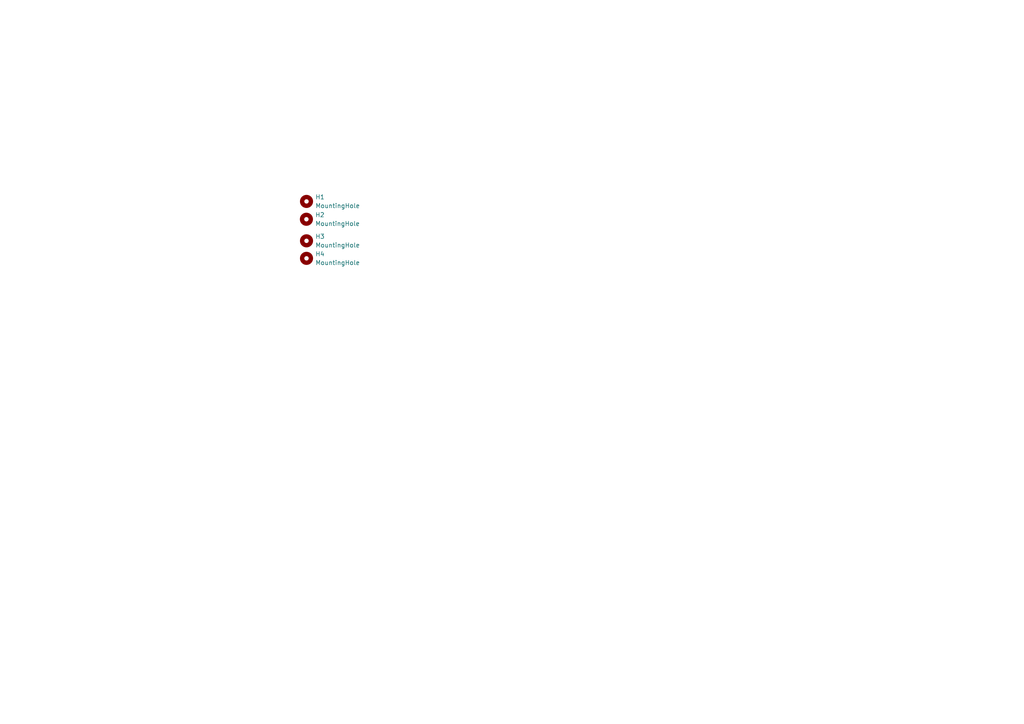
<source format=kicad_sch>
(kicad_sch (version 20230121) (generator eeschema)
  (paper "A4")
  (lib_symbols
    (symbol "Mechanical:MountingHole" (pin_names (offset 1.016))
      (property "Reference" "H" (at 0 5.08 0))
      (property "Value" "MountingHole" (at 0 3.175 0))
      (symbol "MountingHole_0_1"
        (circle (center 0 0) (radius 1.27) (stroke (width 1.27)))
      )
    )
  )
  (symbol (lib_id "Mechanical:MountingHole") (at 88.8701 63.5949 0) (unit 1)
    (property "Reference" "H2" (at 91.4101 62.3249 0) (effects (justify left)))
    (property "Value" "MountingHole" (at 91.4101 64.8649 0) (effects (justify left)))
    (property "Footprint" "0_Library:MountingHole_7.14mm" (effects hide))
  )
  (symbol (lib_id "Mechanical:MountingHole") (at 88.9 74.93 0) (unit 1)
    (property "Reference" "H4" (at 91.44 73.66 0) (effects (justify left)))
    (property "Value" "MountingHole" (at 91.44 76.2 0) (effects (justify left)))
    (property "Footprint" "0_Library:MountingHole_7.14mm" (effects hide))
  )
  (symbol (lib_id "Mechanical:MountingHole") (at 88.9 58.42 0) (unit 1)
    (property "Reference" "H1" (at 91.44 57.15 0) (effects (justify left)))
    (property "Value" "MountingHole" (at 91.44 59.69 0) (effects (justify left)))
    (property "Footprint" "0_Library:MountingHole_7.14mm" (effects hide))
  )
  (symbol (lib_id "Mechanical:MountingHole") (at 88.9 69.85 0) (unit 1)
    (property "Reference" "H3" (at 91.44 68.58 0) (effects (justify left)))
    (property "Value" "MountingHole" (at 91.44 71.12 0) (effects (justify left)))
    (property "Footprint" "0_Library:MountingHole_7.14mm" (effects hide))
  )
)
</source>
